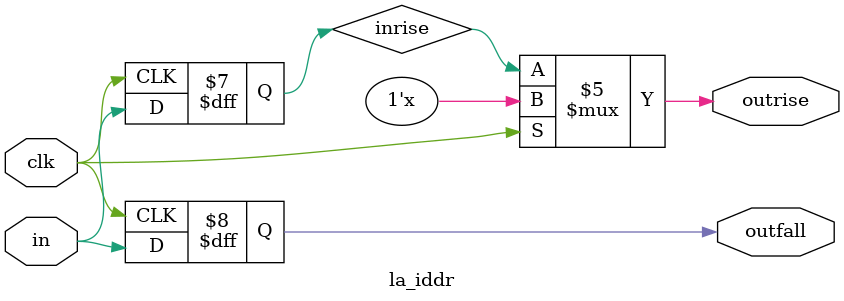
<source format=v>

module la_iddr #(parameter PROP = "DEFAULT")   (
    input      clk,     // clock
    input      in,      // data input sampled on both edges of clock
    output reg outrise, // rising edge sample
    output reg outfall  // falling edge sample
    );

   // Negedge Sample
   always @ (negedge clk)
     outfall <= in;

   // Posedge Sample
   reg 	       inrise;
   always @ (posedge clk)
     inrise <= in;

   // Posedge Latch (for hold)
   always @ (clk or inrise)
     if(~clk)
       outrise <= inrise;

endmodule

</source>
